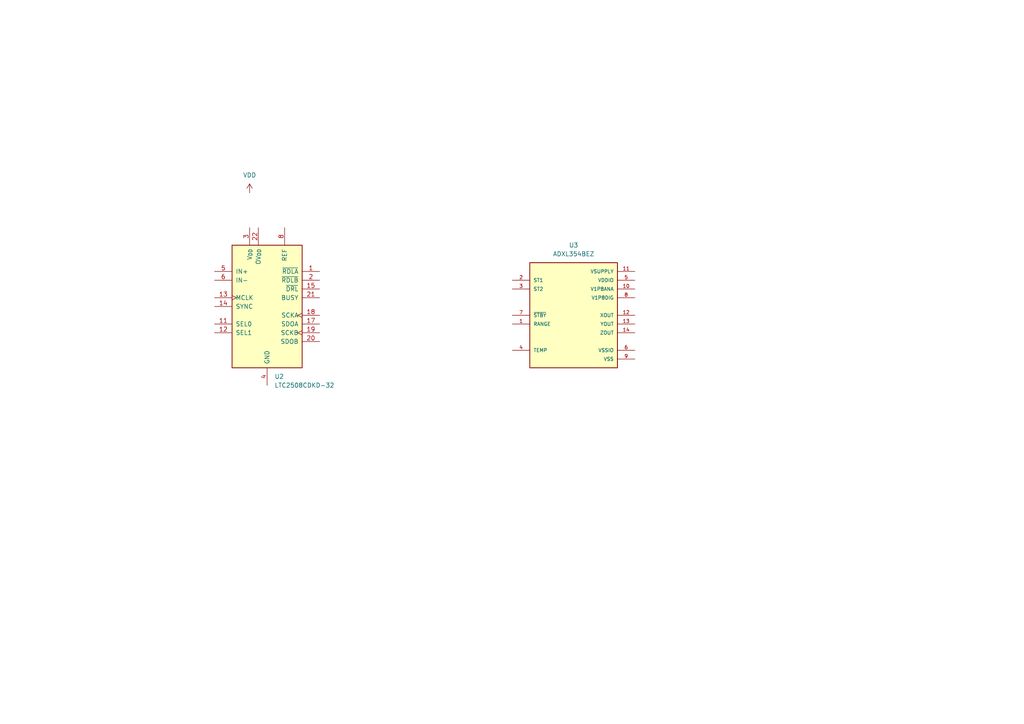
<source format=kicad_sch>
(kicad_sch (version 20250114) (generator "eeschema") (generator_version "9.0")
  (paper "A4")
  (lib_symbols
    (symbol "ADXL354BEZ:ADXL354BEZ" (pin_names (offset 1.016))
      (property "Reference" "U" (at -12.7185 15.7709 0))
      (property "Value" "ADXL354BEZ" (at -12.7256 -17.8158 0))
      (symbol "ADXL354BEZ_0_0"
        (rectangle (start -12.7 -15.24) (end 12.7 15.24) (stroke (width 0.254)) (fill (type background)))
        (pin input line (at -17.78 10.16 0) (length 5.08) (name "ST1") (number "2"))
        (pin input line (at -17.78 7.62 0) (length 5.08) (name "ST2") (number "3"))
        (pin input line (at -17.78 0 0) (length 5.08) (name "~{STBY}") (number "7"))
        (pin input line (at -17.78 -2.54 0) (length 5.08) (name "RANGE") (number "1"))
        (pin output line (at -17.78 -10.16 0) (length 5.08) (name "TEMP") (number "4"))
        (pin power_in line (at 17.78 12.7 180) (length 5.08) (name "VSUPPLY") (number "11"))
        (pin power_in line (at 17.78 10.16 180) (length 5.08) (name "VDDIO") (number "5"))
        (pin power_in line (at 17.78 7.62 180) (length 5.08) (name "V1P8ANA") (number "10"))
        (pin power_in line (at 17.78 5.08 180) (length 5.08) (name "V1P8DIG") (number "8"))
        (pin output line (at 17.78 0 180) (length 5.08) (name "XOUT") (number "12"))
        (pin output line (at 17.78 -2.54 180) (length 5.08) (name "YOUT") (number "13"))
        (pin output line (at 17.78 -5.08 180) (length 5.08) (name "ZOUT") (number "14"))
        (pin power_in line (at 17.78 -10.16 180) (length 5.08) (name "VSSIO") (number "6"))
        (pin power_in line (at 17.78 -12.7 180) (length 5.08) (name "VSS") (number "9"))
      )
    )
    (symbol "Analog_ADC:LTC2508CDKD-32" (pin_names (offset 1.016))
      (property "Reference" "U" (at -10.16 19.05 0))
      (property "Value" "LTC2508CDKD-32" (at 22.86 19.05 0))
      (symbol "LTC2508CDKD-32_0_1"
        (rectangle (start -10.16 17.78) (end 10.16 -17.78) (stroke (width 0.254)) (fill (type background)))
      )
      (symbol "LTC2508CDKD-32_1_1"
        (pin input line (at -15.24 10.16 0) (length 5.08) (name "IN+") (number "5"))
        (pin input line (at -15.24 7.62 0) (length 5.08) (name "IN-") (number "6"))
        (pin input clock (at -15.24 2.54 0) (length 5.08) (name "MCLK") (number "13"))
        (pin input line (at -15.24 0 0) (length 5.08) (name "SYNC") (number "14"))
        (pin input line (at -15.24 -5.08 0) (length 5.08) (name "SEL0") (number "11"))
        (pin input line (at -15.24 -7.62 0) (length 5.08) (name "SEL1") (number "12"))
        (pin power_in line (at -5.08 22.86 270) (length 5.08) (name "V_{DD}") (number "3"))
        (pin power_in line (at -2.54 22.86 270) (length 5.08) (name "OV_{DD}") (number "22"))
        (pin passive line (at 0 -22.86 90) (length 5.08) (hide yes) (name "GND") (number "16"))
        (pin passive line (at 0 -22.86 90) (length 5.08) (hide yes) (name "GND") (number "23"))
        (pin passive line (at 0 -22.86 90) (length 5.08) (hide yes) (name "GND") (number "24"))
        (pin passive line (at 0 -22.86 90) (length 5.08) (hide yes) (name "GND") (number "25"))
        (pin power_in line (at 0 -22.86 90) (length 5.08) (name "GND") (number "4"))
        (pin passive line (at 0 -22.86 90) (length 5.08) (hide yes) (name "GND") (number "7"))
        (pin passive line (at 5.08 22.86 270) (length 5.08) (hide yes) (name "REF") (number "10"))
        (pin passive line (at 5.08 22.86 270) (length 5.08) (name "REF") (number "8"))
        (pin passive line (at 5.08 22.86 270) (length 5.08) (hide yes) (name "REF") (number "9"))
        (pin input line (at 15.24 10.16 180) (length 5.08) (name "~{RDLA}") (number "1"))
        (pin input line (at 15.24 7.62 180) (length 5.08) (name "~{RDLB}") (number "2"))
        (pin output line (at 15.24 5.08 180) (length 5.08) (name "~{DRL}") (number "15"))
        (pin output line (at 15.24 2.54 180) (length 5.08) (name "BUSY") (number "21"))
        (pin input clock (at 15.24 -2.54 180) (length 5.08) (name "SCKA") (number "18"))
        (pin tri_state line (at 15.24 -5.08 180) (length 5.08) (name "SDOA") (number "17"))
        (pin input clock (at 15.24 -7.62 180) (length 5.08) (name "SCKB") (number "19"))
        (pin tri_state line (at 15.24 -10.16 180) (length 5.08) (name "SDOB") (number "20"))
      )
    )
    (symbol "power:VDD" (power) (pin_numbers (hide yes)) (pin_names (offset 0) (hide yes))
      (property "Value" "VDD" (at 0 3.556 0))
      (symbol "VDD_0_1"
        (polyline (pts (xy -0.762 1.27) (xy 0 2.54)))
        (polyline (pts (xy 0 2.54) (xy 0.762 1.27)))
        (polyline (pts (xy 0 0) (xy 0 2.54)))
      )
      (symbol "VDD_1_1"
        (pin power_in line (at 0 0 90) (length 0) (name "~") (number "1"))
      )
    )
  )
  (symbol (lib_id "Analog_ADC:LTC2508CDKD-32") (at 77.47 88.9 0) (unit 1)
    (property "Reference" "U2" (at 79.6133 109.22 0) (effects (justify left)))
    (property "Value" "LTC2508CDKD-32" (at 79.6133 111.76 0) (effects (justify left)))
    (property "Footprint" "Package_DFN_QFN:DFN-24-1EP_4x7mm_P0.5mm_EP2.64x6.44mm" (effects (hide yes)))
    (property "Datasheet" "https://www.analog.com/media/en/technical-documentation/data-sheets/250832fc.pdf" (effects (hide yes)))
    (property "Description" "32-Bit Oversampling ADC with Configurable Digital Filter, 0°C to 70°C, DFN-24 package" (effects (hide yes)))
  )
  (symbol (lib_id "ADXL354BEZ:ADXL354BEZ") (at 166.37 91.44 0) (unit 1)
    (property "Reference" "U3" (at 166.37 71.12 0))
    (property "Value" "ADXL354BEZ" (at 166.37 73.66 0))
    (property "Footprint" "ADXL354BEZ:LCC14P127_600X600X225L91X50N" (effects (hide yes)))
    (property "Description" "Low Noise, Low Drift, Low Power, 3-Axis MEMS Accelerometers" (effects (hide yes)))
    (property "MP" "ADXL354BEZ" (effects (hide yes)))
  )
  (symbol (lib_id "power:VDD") (at 72.39 55.88 0) (unit 1)
    (property "Reference" "#PWR04" (effects (hide yes)))
    (property "Value" "VDD" (at 72.39 50.8 0))
    (property "Description" "Power symbol creates a global label with name \"VDD\"" (effects (hide yes)))
  )
)
</source>
